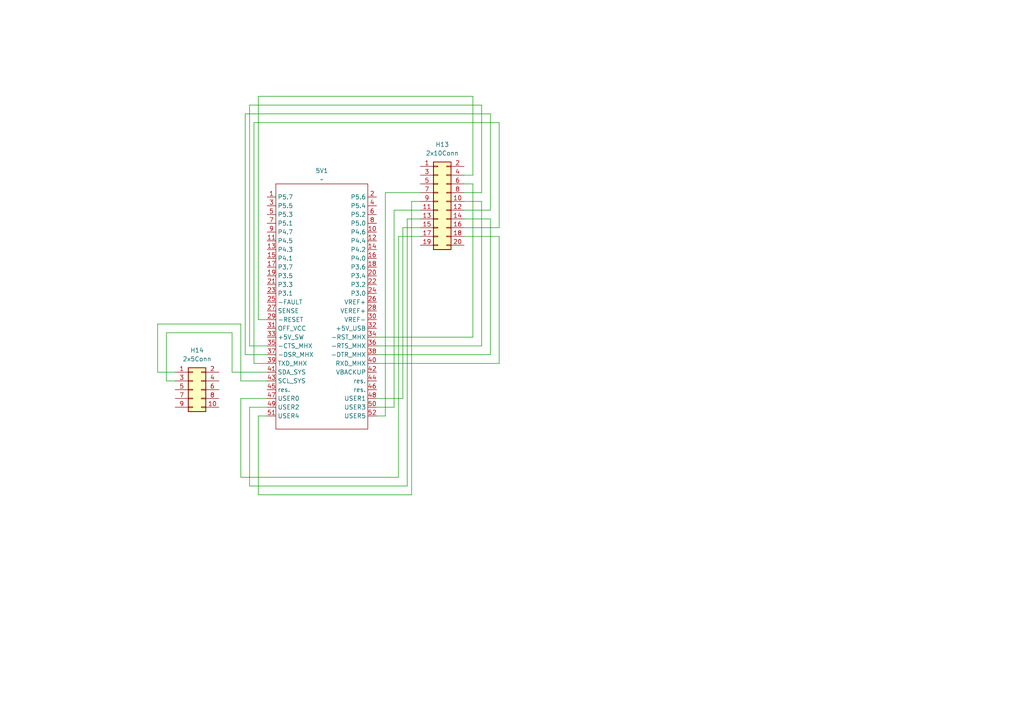
<source format=kicad_sch>
(kicad_sch
	(version 20231120)
	(generator "eeschema")
	(generator_version "8.0")
	(uuid "1f6f53d7-633a-43a1-b603-cd4c88e6d756")
	(paper "A4")
	(lib_symbols
		(symbol "Connector_Generic:Conn_02x05_Odd_Even"
			(pin_names
				(offset 1.016) hide)
			(exclude_from_sim no)
			(in_bom yes)
			(on_board yes)
			(property "Reference" "J"
				(at 1.27 7.62 0)
				(effects
					(font
						(size 1.27 1.27)
					)
				)
			)
			(property "Value" "Conn_02x05_Odd_Even"
				(at 1.27 -7.62 0)
				(effects
					(font
						(size 1.27 1.27)
					)
				)
			)
			(property "Footprint" ""
				(at 0 0 0)
				(effects
					(font
						(size 1.27 1.27)
					)
					(hide yes)
				)
			)
			(property "Datasheet" "~"
				(at 0 0 0)
				(effects
					(font
						(size 1.27 1.27)
					)
					(hide yes)
				)
			)
			(property "Description" "Generic connector, double row, 02x05, odd/even pin numbering scheme (row 1 odd numbers, row 2 even numbers), script generated (kicad-library-utils/schlib/autogen/connector/)"
				(at 0 0 0)
				(effects
					(font
						(size 1.27 1.27)
					)
					(hide yes)
				)
			)
			(property "ki_keywords" "connector"
				(at 0 0 0)
				(effects
					(font
						(size 1.27 1.27)
					)
					(hide yes)
				)
			)
			(property "ki_fp_filters" "Connector*:*_2x??_*"
				(at 0 0 0)
				(effects
					(font
						(size 1.27 1.27)
					)
					(hide yes)
				)
			)
			(symbol "Conn_02x05_Odd_Even_1_1"
				(rectangle
					(start -1.27 -4.953)
					(end 0 -5.207)
					(stroke
						(width 0.1524)
						(type default)
					)
					(fill
						(type none)
					)
				)
				(rectangle
					(start -1.27 -2.413)
					(end 0 -2.667)
					(stroke
						(width 0.1524)
						(type default)
					)
					(fill
						(type none)
					)
				)
				(rectangle
					(start -1.27 0.127)
					(end 0 -0.127)
					(stroke
						(width 0.1524)
						(type default)
					)
					(fill
						(type none)
					)
				)
				(rectangle
					(start -1.27 2.667)
					(end 0 2.413)
					(stroke
						(width 0.1524)
						(type default)
					)
					(fill
						(type none)
					)
				)
				(rectangle
					(start -1.27 5.207)
					(end 0 4.953)
					(stroke
						(width 0.1524)
						(type default)
					)
					(fill
						(type none)
					)
				)
				(rectangle
					(start -1.27 6.35)
					(end 3.81 -6.35)
					(stroke
						(width 0.254)
						(type default)
					)
					(fill
						(type background)
					)
				)
				(rectangle
					(start 3.81 -4.953)
					(end 2.54 -5.207)
					(stroke
						(width 0.1524)
						(type default)
					)
					(fill
						(type none)
					)
				)
				(rectangle
					(start 3.81 -2.413)
					(end 2.54 -2.667)
					(stroke
						(width 0.1524)
						(type default)
					)
					(fill
						(type none)
					)
				)
				(rectangle
					(start 3.81 0.127)
					(end 2.54 -0.127)
					(stroke
						(width 0.1524)
						(type default)
					)
					(fill
						(type none)
					)
				)
				(rectangle
					(start 3.81 2.667)
					(end 2.54 2.413)
					(stroke
						(width 0.1524)
						(type default)
					)
					(fill
						(type none)
					)
				)
				(rectangle
					(start 3.81 5.207)
					(end 2.54 4.953)
					(stroke
						(width 0.1524)
						(type default)
					)
					(fill
						(type none)
					)
				)
				(pin passive line
					(at -5.08 5.08 0)
					(length 3.81)
					(name "Pin_1"
						(effects
							(font
								(size 1.27 1.27)
							)
						)
					)
					(number "1"
						(effects
							(font
								(size 1.27 1.27)
							)
						)
					)
				)
				(pin passive line
					(at 7.62 -5.08 180)
					(length 3.81)
					(name "Pin_10"
						(effects
							(font
								(size 1.27 1.27)
							)
						)
					)
					(number "10"
						(effects
							(font
								(size 1.27 1.27)
							)
						)
					)
				)
				(pin passive line
					(at 7.62 5.08 180)
					(length 3.81)
					(name "Pin_2"
						(effects
							(font
								(size 1.27 1.27)
							)
						)
					)
					(number "2"
						(effects
							(font
								(size 1.27 1.27)
							)
						)
					)
				)
				(pin passive line
					(at -5.08 2.54 0)
					(length 3.81)
					(name "Pin_3"
						(effects
							(font
								(size 1.27 1.27)
							)
						)
					)
					(number "3"
						(effects
							(font
								(size 1.27 1.27)
							)
						)
					)
				)
				(pin passive line
					(at 7.62 2.54 180)
					(length 3.81)
					(name "Pin_4"
						(effects
							(font
								(size 1.27 1.27)
							)
						)
					)
					(number "4"
						(effects
							(font
								(size 1.27 1.27)
							)
						)
					)
				)
				(pin passive line
					(at -5.08 0 0)
					(length 3.81)
					(name "Pin_5"
						(effects
							(font
								(size 1.27 1.27)
							)
						)
					)
					(number "5"
						(effects
							(font
								(size 1.27 1.27)
							)
						)
					)
				)
				(pin passive line
					(at 7.62 0 180)
					(length 3.81)
					(name "Pin_6"
						(effects
							(font
								(size 1.27 1.27)
							)
						)
					)
					(number "6"
						(effects
							(font
								(size 1.27 1.27)
							)
						)
					)
				)
				(pin passive line
					(at -5.08 -2.54 0)
					(length 3.81)
					(name "Pin_7"
						(effects
							(font
								(size 1.27 1.27)
							)
						)
					)
					(number "7"
						(effects
							(font
								(size 1.27 1.27)
							)
						)
					)
				)
				(pin passive line
					(at 7.62 -2.54 180)
					(length 3.81)
					(name "Pin_8"
						(effects
							(font
								(size 1.27 1.27)
							)
						)
					)
					(number "8"
						(effects
							(font
								(size 1.27 1.27)
							)
						)
					)
				)
				(pin passive line
					(at -5.08 -5.08 0)
					(length 3.81)
					(name "Pin_9"
						(effects
							(font
								(size 1.27 1.27)
							)
						)
					)
					(number "9"
						(effects
							(font
								(size 1.27 1.27)
							)
						)
					)
				)
			)
		)
		(symbol "Connector_Generic:Conn_02x10_Odd_Even"
			(pin_names
				(offset 1.016) hide)
			(exclude_from_sim no)
			(in_bom yes)
			(on_board yes)
			(property "Reference" "J"
				(at 1.27 12.7 0)
				(effects
					(font
						(size 1.27 1.27)
					)
				)
			)
			(property "Value" "Conn_02x10_Odd_Even"
				(at 1.27 -15.24 0)
				(effects
					(font
						(size 1.27 1.27)
					)
				)
			)
			(property "Footprint" ""
				(at 0 0 0)
				(effects
					(font
						(size 1.27 1.27)
					)
					(hide yes)
				)
			)
			(property "Datasheet" "~"
				(at 0 0 0)
				(effects
					(font
						(size 1.27 1.27)
					)
					(hide yes)
				)
			)
			(property "Description" "Generic connector, double row, 02x10, odd/even pin numbering scheme (row 1 odd numbers, row 2 even numbers), script generated (kicad-library-utils/schlib/autogen/connector/)"
				(at 0 0 0)
				(effects
					(font
						(size 1.27 1.27)
					)
					(hide yes)
				)
			)
			(property "ki_keywords" "connector"
				(at 0 0 0)
				(effects
					(font
						(size 1.27 1.27)
					)
					(hide yes)
				)
			)
			(property "ki_fp_filters" "Connector*:*_2x??_*"
				(at 0 0 0)
				(effects
					(font
						(size 1.27 1.27)
					)
					(hide yes)
				)
			)
			(symbol "Conn_02x10_Odd_Even_1_1"
				(rectangle
					(start -1.27 -12.573)
					(end 0 -12.827)
					(stroke
						(width 0.1524)
						(type default)
					)
					(fill
						(type none)
					)
				)
				(rectangle
					(start -1.27 -10.033)
					(end 0 -10.287)
					(stroke
						(width 0.1524)
						(type default)
					)
					(fill
						(type none)
					)
				)
				(rectangle
					(start -1.27 -7.493)
					(end 0 -7.747)
					(stroke
						(width 0.1524)
						(type default)
					)
					(fill
						(type none)
					)
				)
				(rectangle
					(start -1.27 -4.953)
					(end 0 -5.207)
					(stroke
						(width 0.1524)
						(type default)
					)
					(fill
						(type none)
					)
				)
				(rectangle
					(start -1.27 -2.413)
					(end 0 -2.667)
					(stroke
						(width 0.1524)
						(type default)
					)
					(fill
						(type none)
					)
				)
				(rectangle
					(start -1.27 0.127)
					(end 0 -0.127)
					(stroke
						(width 0.1524)
						(type default)
					)
					(fill
						(type none)
					)
				)
				(rectangle
					(start -1.27 2.667)
					(end 0 2.413)
					(stroke
						(width 0.1524)
						(type default)
					)
					(fill
						(type none)
					)
				)
				(rectangle
					(start -1.27 5.207)
					(end 0 4.953)
					(stroke
						(width 0.1524)
						(type default)
					)
					(fill
						(type none)
					)
				)
				(rectangle
					(start -1.27 7.747)
					(end 0 7.493)
					(stroke
						(width 0.1524)
						(type default)
					)
					(fill
						(type none)
					)
				)
				(rectangle
					(start -1.27 10.287)
					(end 0 10.033)
					(stroke
						(width 0.1524)
						(type default)
					)
					(fill
						(type none)
					)
				)
				(rectangle
					(start -1.27 11.43)
					(end 3.81 -13.97)
					(stroke
						(width 0.254)
						(type default)
					)
					(fill
						(type background)
					)
				)
				(rectangle
					(start 3.81 -12.573)
					(end 2.54 -12.827)
					(stroke
						(width 0.1524)
						(type default)
					)
					(fill
						(type none)
					)
				)
				(rectangle
					(start 3.81 -10.033)
					(end 2.54 -10.287)
					(stroke
						(width 0.1524)
						(type default)
					)
					(fill
						(type none)
					)
				)
				(rectangle
					(start 3.81 -7.493)
					(end 2.54 -7.747)
					(stroke
						(width 0.1524)
						(type default)
					)
					(fill
						(type none)
					)
				)
				(rectangle
					(start 3.81 -4.953)
					(end 2.54 -5.207)
					(stroke
						(width 0.1524)
						(type default)
					)
					(fill
						(type none)
					)
				)
				(rectangle
					(start 3.81 -2.413)
					(end 2.54 -2.667)
					(stroke
						(width 0.1524)
						(type default)
					)
					(fill
						(type none)
					)
				)
				(rectangle
					(start 3.81 0.127)
					(end 2.54 -0.127)
					(stroke
						(width 0.1524)
						(type default)
					)
					(fill
						(type none)
					)
				)
				(rectangle
					(start 3.81 2.667)
					(end 2.54 2.413)
					(stroke
						(width 0.1524)
						(type default)
					)
					(fill
						(type none)
					)
				)
				(rectangle
					(start 3.81 5.207)
					(end 2.54 4.953)
					(stroke
						(width 0.1524)
						(type default)
					)
					(fill
						(type none)
					)
				)
				(rectangle
					(start 3.81 7.747)
					(end 2.54 7.493)
					(stroke
						(width 0.1524)
						(type default)
					)
					(fill
						(type none)
					)
				)
				(rectangle
					(start 3.81 10.287)
					(end 2.54 10.033)
					(stroke
						(width 0.1524)
						(type default)
					)
					(fill
						(type none)
					)
				)
				(pin passive line
					(at -5.08 10.16 0)
					(length 3.81)
					(name "Pin_1"
						(effects
							(font
								(size 1.27 1.27)
							)
						)
					)
					(number "1"
						(effects
							(font
								(size 1.27 1.27)
							)
						)
					)
				)
				(pin passive line
					(at 7.62 0 180)
					(length 3.81)
					(name "Pin_10"
						(effects
							(font
								(size 1.27 1.27)
							)
						)
					)
					(number "10"
						(effects
							(font
								(size 1.27 1.27)
							)
						)
					)
				)
				(pin passive line
					(at -5.08 -2.54 0)
					(length 3.81)
					(name "Pin_11"
						(effects
							(font
								(size 1.27 1.27)
							)
						)
					)
					(number "11"
						(effects
							(font
								(size 1.27 1.27)
							)
						)
					)
				)
				(pin passive line
					(at 7.62 -2.54 180)
					(length 3.81)
					(name "Pin_12"
						(effects
							(font
								(size 1.27 1.27)
							)
						)
					)
					(number "12"
						(effects
							(font
								(size 1.27 1.27)
							)
						)
					)
				)
				(pin passive line
					(at -5.08 -5.08 0)
					(length 3.81)
					(name "Pin_13"
						(effects
							(font
								(size 1.27 1.27)
							)
						)
					)
					(number "13"
						(effects
							(font
								(size 1.27 1.27)
							)
						)
					)
				)
				(pin passive line
					(at 7.62 -5.08 180)
					(length 3.81)
					(name "Pin_14"
						(effects
							(font
								(size 1.27 1.27)
							)
						)
					)
					(number "14"
						(effects
							(font
								(size 1.27 1.27)
							)
						)
					)
				)
				(pin passive line
					(at -5.08 -7.62 0)
					(length 3.81)
					(name "Pin_15"
						(effects
							(font
								(size 1.27 1.27)
							)
						)
					)
					(number "15"
						(effects
							(font
								(size 1.27 1.27)
							)
						)
					)
				)
				(pin passive line
					(at 7.62 -7.62 180)
					(length 3.81)
					(name "Pin_16"
						(effects
							(font
								(size 1.27 1.27)
							)
						)
					)
					(number "16"
						(effects
							(font
								(size 1.27 1.27)
							)
						)
					)
				)
				(pin passive line
					(at -5.08 -10.16 0)
					(length 3.81)
					(name "Pin_17"
						(effects
							(font
								(size 1.27 1.27)
							)
						)
					)
					(number "17"
						(effects
							(font
								(size 1.27 1.27)
							)
						)
					)
				)
				(pin passive line
					(at 7.62 -10.16 180)
					(length 3.81)
					(name "Pin_18"
						(effects
							(font
								(size 1.27 1.27)
							)
						)
					)
					(number "18"
						(effects
							(font
								(size 1.27 1.27)
							)
						)
					)
				)
				(pin passive line
					(at -5.08 -12.7 0)
					(length 3.81)
					(name "Pin_19"
						(effects
							(font
								(size 1.27 1.27)
							)
						)
					)
					(number "19"
						(effects
							(font
								(size 1.27 1.27)
							)
						)
					)
				)
				(pin passive line
					(at 7.62 10.16 180)
					(length 3.81)
					(name "Pin_2"
						(effects
							(font
								(size 1.27 1.27)
							)
						)
					)
					(number "2"
						(effects
							(font
								(size 1.27 1.27)
							)
						)
					)
				)
				(pin passive line
					(at 7.62 -12.7 180)
					(length 3.81)
					(name "Pin_20"
						(effects
							(font
								(size 1.27 1.27)
							)
						)
					)
					(number "20"
						(effects
							(font
								(size 1.27 1.27)
							)
						)
					)
				)
				(pin passive line
					(at -5.08 7.62 0)
					(length 3.81)
					(name "Pin_3"
						(effects
							(font
								(size 1.27 1.27)
							)
						)
					)
					(number "3"
						(effects
							(font
								(size 1.27 1.27)
							)
						)
					)
				)
				(pin passive line
					(at 7.62 7.62 180)
					(length 3.81)
					(name "Pin_4"
						(effects
							(font
								(size 1.27 1.27)
							)
						)
					)
					(number "4"
						(effects
							(font
								(size 1.27 1.27)
							)
						)
					)
				)
				(pin passive line
					(at -5.08 5.08 0)
					(length 3.81)
					(name "Pin_5"
						(effects
							(font
								(size 1.27 1.27)
							)
						)
					)
					(number "5"
						(effects
							(font
								(size 1.27 1.27)
							)
						)
					)
				)
				(pin passive line
					(at 7.62 5.08 180)
					(length 3.81)
					(name "Pin_6"
						(effects
							(font
								(size 1.27 1.27)
							)
						)
					)
					(number "6"
						(effects
							(font
								(size 1.27 1.27)
							)
						)
					)
				)
				(pin passive line
					(at -5.08 2.54 0)
					(length 3.81)
					(name "Pin_7"
						(effects
							(font
								(size 1.27 1.27)
							)
						)
					)
					(number "7"
						(effects
							(font
								(size 1.27 1.27)
							)
						)
					)
				)
				(pin passive line
					(at 7.62 2.54 180)
					(length 3.81)
					(name "Pin_8"
						(effects
							(font
								(size 1.27 1.27)
							)
						)
					)
					(number "8"
						(effects
							(font
								(size 1.27 1.27)
							)
						)
					)
				)
				(pin passive line
					(at -5.08 0 0)
					(length 3.81)
					(name "Pin_9"
						(effects
							(font
								(size 1.27 1.27)
							)
						)
					)
					(number "9"
						(effects
							(font
								(size 1.27 1.27)
							)
						)
					)
				)
			)
		)
		(symbol "NewSymbols:H1H-2X26-F"
			(exclude_from_sim no)
			(in_bom yes)
			(on_board yes)
			(property "Reference" "5V26"
				(at -10.414 27.178 0)
				(effects
					(font
						(size 1.27 1.27)
					)
				)
			)
			(property "Value" ""
				(at 2.54 6.35 0)
				(effects
					(font
						(size 1.27 1.27)
					)
				)
			)
			(property "Footprint" ""
				(at 2.54 6.35 0)
				(effects
					(font
						(size 1.27 1.27)
					)
					(hide yes)
				)
			)
			(property "Datasheet" ""
				(at 2.54 6.35 0)
				(effects
					(font
						(size 1.27 1.27)
					)
					(hide yes)
				)
			)
			(property "Description" ""
				(at 2.54 6.35 0)
				(effects
					(font
						(size 1.27 1.27)
					)
					(hide yes)
				)
			)
			(symbol "H1H-2X26-F_0_1"
				(polyline
					(pts
						(xy 12.7 25.4) (xy -13.97 25.4)
					)
					(stroke
						(width 0)
						(type default)
					)
					(fill
						(type none)
					)
				)
				(polyline
					(pts
						(xy -13.97 25.4) (xy -13.97 -45.72) (xy 12.7 -45.72) (xy 12.7 25.4)
					)
					(stroke
						(width 0)
						(type default)
					)
					(fill
						(type none)
					)
				)
			)
			(symbol "H1H-2X26-F_1_1"
				(pin input line
					(at -16.51 21.59 0)
					(length 2.54)
					(name "P5.7"
						(effects
							(font
								(size 1.27 1.27)
							)
						)
					)
					(number "1"
						(effects
							(font
								(size 1.27 1.27)
							)
						)
					)
				)
				(pin input line
					(at 15.24 11.43 180)
					(length 2.54)
					(name "P4.6"
						(effects
							(font
								(size 1.27 1.27)
							)
						)
					)
					(number "10"
						(effects
							(font
								(size 1.27 1.27)
							)
						)
					)
				)
				(pin input line
					(at -16.51 8.89 0)
					(length 2.54)
					(name "P4.5"
						(effects
							(font
								(size 1.27 1.27)
							)
						)
					)
					(number "11"
						(effects
							(font
								(size 1.27 1.27)
							)
						)
					)
				)
				(pin input line
					(at 15.24 8.89 180)
					(length 2.54)
					(name "P4.4"
						(effects
							(font
								(size 1.27 1.27)
							)
						)
					)
					(number "12"
						(effects
							(font
								(size 1.27 1.27)
							)
						)
					)
				)
				(pin input line
					(at -16.51 6.35 0)
					(length 2.54)
					(name "P4.3"
						(effects
							(font
								(size 1.27 1.27)
							)
						)
					)
					(number "13"
						(effects
							(font
								(size 1.27 1.27)
							)
						)
					)
				)
				(pin input line
					(at 15.24 6.35 180)
					(length 2.54)
					(name "P4.2"
						(effects
							(font
								(size 1.27 1.27)
							)
						)
					)
					(number "14"
						(effects
							(font
								(size 1.27 1.27)
							)
						)
					)
				)
				(pin input line
					(at -16.51 3.81 0)
					(length 2.54)
					(name "P4.1"
						(effects
							(font
								(size 1.27 1.27)
							)
						)
					)
					(number "15"
						(effects
							(font
								(size 1.27 1.27)
							)
						)
					)
				)
				(pin input line
					(at 15.24 3.81 180)
					(length 2.54)
					(name "P4.0"
						(effects
							(font
								(size 1.27 1.27)
							)
						)
					)
					(number "16"
						(effects
							(font
								(size 1.27 1.27)
							)
						)
					)
				)
				(pin input line
					(at -16.51 1.27 0)
					(length 2.54)
					(name "P3.7"
						(effects
							(font
								(size 1.27 1.27)
							)
						)
					)
					(number "17"
						(effects
							(font
								(size 1.27 1.27)
							)
						)
					)
				)
				(pin input line
					(at 15.24 1.27 180)
					(length 2.54)
					(name "P3.6"
						(effects
							(font
								(size 1.27 1.27)
							)
						)
					)
					(number "18"
						(effects
							(font
								(size 1.27 1.27)
							)
						)
					)
				)
				(pin input line
					(at -16.51 -1.27 0)
					(length 2.54)
					(name "P3.5"
						(effects
							(font
								(size 1.27 1.27)
							)
						)
					)
					(number "19"
						(effects
							(font
								(size 1.27 1.27)
							)
						)
					)
				)
				(pin input line
					(at 15.24 21.59 180)
					(length 2.54)
					(name "P5.6"
						(effects
							(font
								(size 1.27 1.27)
							)
						)
					)
					(number "2"
						(effects
							(font
								(size 1.27 1.27)
							)
						)
					)
				)
				(pin input line
					(at 15.24 -1.27 180)
					(length 2.54)
					(name "P3.4"
						(effects
							(font
								(size 1.27 1.27)
							)
						)
					)
					(number "20"
						(effects
							(font
								(size 1.27 1.27)
							)
						)
					)
				)
				(pin input line
					(at -16.51 -3.81 0)
					(length 2.54)
					(name "P3.3"
						(effects
							(font
								(size 1.27 1.27)
							)
						)
					)
					(number "21"
						(effects
							(font
								(size 1.27 1.27)
							)
						)
					)
				)
				(pin input line
					(at 15.24 -3.81 180)
					(length 2.54)
					(name "P3.2"
						(effects
							(font
								(size 1.27 1.27)
							)
						)
					)
					(number "22"
						(effects
							(font
								(size 1.27 1.27)
							)
						)
					)
				)
				(pin input line
					(at -16.51 -6.35 0)
					(length 2.54)
					(name "P3.1"
						(effects
							(font
								(size 1.27 1.27)
							)
						)
					)
					(number "23"
						(effects
							(font
								(size 1.27 1.27)
							)
						)
					)
				)
				(pin input line
					(at 15.24 -6.35 180)
					(length 2.54)
					(name "P3.0"
						(effects
							(font
								(size 1.27 1.27)
							)
						)
					)
					(number "24"
						(effects
							(font
								(size 1.27 1.27)
							)
						)
					)
				)
				(pin passive line
					(at -16.51 -8.89 0)
					(length 2.54)
					(name "-FAULT"
						(effects
							(font
								(size 1.27 1.27)
							)
						)
					)
					(number "25"
						(effects
							(font
								(size 1.27 1.27)
							)
						)
					)
				)
				(pin passive line
					(at 15.24 -8.89 180)
					(length 2.54)
					(name "VREF+"
						(effects
							(font
								(size 1.27 1.27)
							)
						)
					)
					(number "26"
						(effects
							(font
								(size 1.27 1.27)
							)
						)
					)
				)
				(pin passive line
					(at -16.51 -11.43 0)
					(length 2.54)
					(name "SENSE"
						(effects
							(font
								(size 1.27 1.27)
							)
						)
					)
					(number "27"
						(effects
							(font
								(size 1.27 1.27)
							)
						)
					)
				)
				(pin passive line
					(at 15.24 -11.43 180)
					(length 2.54)
					(name "VEREF+"
						(effects
							(font
								(size 1.27 1.27)
							)
						)
					)
					(number "28"
						(effects
							(font
								(size 1.27 1.27)
							)
						)
					)
				)
				(pin input line
					(at -16.51 -13.97 0)
					(length 2.54)
					(name "-RESET"
						(effects
							(font
								(size 1.27 1.27)
							)
						)
					)
					(number "29"
						(effects
							(font
								(size 1.27 1.27)
							)
						)
					)
				)
				(pin input line
					(at -16.51 19.05 0)
					(length 2.54)
					(name "P5.5"
						(effects
							(font
								(size 1.27 1.27)
							)
						)
					)
					(number "3"
						(effects
							(font
								(size 1.27 1.27)
							)
						)
					)
				)
				(pin passive line
					(at 15.24 -13.97 180)
					(length 2.54)
					(name "VREF-"
						(effects
							(font
								(size 1.27 1.27)
							)
						)
					)
					(number "30"
						(effects
							(font
								(size 1.27 1.27)
							)
						)
					)
				)
				(pin passive line
					(at -16.51 -16.51 0)
					(length 2.54)
					(name "OFF_VCC"
						(effects
							(font
								(size 1.27 1.27)
							)
						)
					)
					(number "31"
						(effects
							(font
								(size 1.27 1.27)
							)
						)
					)
				)
				(pin passive line
					(at 15.24 -16.51 180)
					(length 2.54)
					(name "+5V_USB"
						(effects
							(font
								(size 1.27 1.27)
							)
						)
					)
					(number "32"
						(effects
							(font
								(size 1.27 1.27)
							)
						)
					)
				)
				(pin passive line
					(at -16.51 -19.05 0)
					(length 2.54)
					(name "+5V_SW"
						(effects
							(font
								(size 1.27 1.27)
							)
						)
					)
					(number "33"
						(effects
							(font
								(size 1.27 1.27)
							)
						)
					)
				)
				(pin input line
					(at 15.24 -19.05 180)
					(length 2.54)
					(name "-RST_MHX"
						(effects
							(font
								(size 1.27 1.27)
							)
						)
					)
					(number "34"
						(effects
							(font
								(size 1.27 1.27)
							)
						)
					)
				)
				(pin input line
					(at -16.51 -21.59 0)
					(length 2.54)
					(name "-CTS_MHX"
						(effects
							(font
								(size 1.27 1.27)
							)
						)
					)
					(number "35"
						(effects
							(font
								(size 1.27 1.27)
							)
						)
					)
				)
				(pin input line
					(at 15.24 -21.59 180)
					(length 2.54)
					(name "-RTS_MHX"
						(effects
							(font
								(size 1.27 1.27)
							)
						)
					)
					(number "36"
						(effects
							(font
								(size 1.27 1.27)
							)
						)
					)
				)
				(pin input line
					(at -16.51 -24.13 0)
					(length 2.54)
					(name "-DSR_MHX"
						(effects
							(font
								(size 1.27 1.27)
							)
						)
					)
					(number "37"
						(effects
							(font
								(size 1.27 1.27)
							)
						)
					)
				)
				(pin input line
					(at 15.24 -24.13 180)
					(length 2.54)
					(name "-DTR_MHX"
						(effects
							(font
								(size 1.27 1.27)
							)
						)
					)
					(number "38"
						(effects
							(font
								(size 1.27 1.27)
							)
						)
					)
				)
				(pin input line
					(at -16.51 -26.67 0)
					(length 2.54)
					(name "TXD_MHX"
						(effects
							(font
								(size 1.27 1.27)
							)
						)
					)
					(number "39"
						(effects
							(font
								(size 1.27 1.27)
							)
						)
					)
				)
				(pin input line
					(at 15.24 19.05 180)
					(length 2.54)
					(name "P5.4"
						(effects
							(font
								(size 1.27 1.27)
							)
						)
					)
					(number "4"
						(effects
							(font
								(size 1.27 1.27)
							)
						)
					)
				)
				(pin input line
					(at 15.24 -26.67 180)
					(length 2.54)
					(name "RXD_MHX"
						(effects
							(font
								(size 1.27 1.27)
							)
						)
					)
					(number "40"
						(effects
							(font
								(size 1.27 1.27)
							)
						)
					)
				)
				(pin input line
					(at -16.51 -29.21 0)
					(length 2.54)
					(name "SDA_SYS"
						(effects
							(font
								(size 1.27 1.27)
							)
						)
					)
					(number "41"
						(effects
							(font
								(size 1.27 1.27)
							)
						)
					)
				)
				(pin passive line
					(at 15.24 -29.21 180)
					(length 2.54)
					(name "VBACKUP"
						(effects
							(font
								(size 1.27 1.27)
							)
						)
					)
					(number "42"
						(effects
							(font
								(size 1.27 1.27)
							)
						)
					)
				)
				(pin input line
					(at -16.51 -31.75 0)
					(length 2.54)
					(name "SCL_SYS"
						(effects
							(font
								(size 1.27 1.27)
							)
						)
					)
					(number "43"
						(effects
							(font
								(size 1.27 1.27)
							)
						)
					)
				)
				(pin free line
					(at 15.24 -31.75 180)
					(length 2.54)
					(name "res."
						(effects
							(font
								(size 1.27 1.27)
							)
						)
					)
					(number "44"
						(effects
							(font
								(size 1.27 1.27)
							)
						)
					)
				)
				(pin free line
					(at -16.51 -34.29 0)
					(length 2.54)
					(name "res."
						(effects
							(font
								(size 1.27 1.27)
							)
						)
					)
					(number "45"
						(effects
							(font
								(size 1.27 1.27)
							)
						)
					)
				)
				(pin free line
					(at 15.24 -34.29 180)
					(length 2.54)
					(name "res."
						(effects
							(font
								(size 1.27 1.27)
							)
						)
					)
					(number "46"
						(effects
							(font
								(size 1.27 1.27)
							)
						)
					)
				)
				(pin input line
					(at -16.51 -36.83 0)
					(length 2.54)
					(name "USER0"
						(effects
							(font
								(size 1.27 1.27)
							)
						)
					)
					(number "47"
						(effects
							(font
								(size 1.27 1.27)
							)
						)
					)
				)
				(pin input line
					(at 15.24 -36.83 180)
					(length 2.54)
					(name "USER1"
						(effects
							(font
								(size 1.27 1.27)
							)
						)
					)
					(number "48"
						(effects
							(font
								(size 1.27 1.27)
							)
						)
					)
				)
				(pin input line
					(at -16.51 -39.37 0)
					(length 2.54)
					(name "USER2"
						(effects
							(font
								(size 1.27 1.27)
							)
						)
					)
					(number "49"
						(effects
							(font
								(size 1.27 1.27)
							)
						)
					)
				)
				(pin input line
					(at -16.51 16.51 0)
					(length 2.54)
					(name "P5.3"
						(effects
							(font
								(size 1.27 1.27)
							)
						)
					)
					(number "5"
						(effects
							(font
								(size 1.27 1.27)
							)
						)
					)
				)
				(pin input line
					(at 15.24 -39.37 180)
					(length 2.54)
					(name "USER3"
						(effects
							(font
								(size 1.27 1.27)
							)
						)
					)
					(number "50"
						(effects
							(font
								(size 1.27 1.27)
							)
						)
					)
				)
				(pin input line
					(at -16.51 -41.91 0)
					(length 2.54)
					(name "USER4"
						(effects
							(font
								(size 1.27 1.27)
							)
						)
					)
					(number "51"
						(effects
							(font
								(size 1.27 1.27)
							)
						)
					)
				)
				(pin input line
					(at 15.24 -41.91 180)
					(length 2.54)
					(name "USER5"
						(effects
							(font
								(size 1.27 1.27)
							)
						)
					)
					(number "52"
						(effects
							(font
								(size 1.27 1.27)
							)
						)
					)
				)
				(pin input line
					(at 15.24 16.51 180)
					(length 2.54)
					(name "P5.2"
						(effects
							(font
								(size 1.27 1.27)
							)
						)
					)
					(number "6"
						(effects
							(font
								(size 1.27 1.27)
							)
						)
					)
				)
				(pin input line
					(at -16.51 13.97 0)
					(length 2.54)
					(name "P5.1"
						(effects
							(font
								(size 1.27 1.27)
							)
						)
					)
					(number "7"
						(effects
							(font
								(size 1.27 1.27)
							)
						)
					)
				)
				(pin input line
					(at 15.24 13.97 180)
					(length 2.54)
					(name "P5.0"
						(effects
							(font
								(size 1.27 1.27)
							)
						)
					)
					(number "8"
						(effects
							(font
								(size 1.27 1.27)
							)
						)
					)
				)
				(pin input line
					(at -16.51 11.43 0)
					(length 2.54)
					(name "P4.7"
						(effects
							(font
								(size 1.27 1.27)
							)
						)
					)
					(number "9"
						(effects
							(font
								(size 1.27 1.27)
							)
						)
					)
				)
			)
		)
	)
	(wire
		(pts
			(xy 72.39 118.11) (xy 72.39 140.97)
		)
		(stroke
			(width 0)
			(type default)
		)
		(uuid "091d55eb-744f-4de7-abba-2c7bfd024562")
	)
	(wire
		(pts
			(xy 142.24 63.5) (xy 134.62 63.5)
		)
		(stroke
			(width 0)
			(type default)
		)
		(uuid "0c5df8c8-59f3-4c23-b453-a30563ce3100")
	)
	(wire
		(pts
			(xy 109.22 120.65) (xy 111.76 120.65)
		)
		(stroke
			(width 0)
			(type default)
		)
		(uuid "0e3aaad5-de3d-4761-bb60-73460c528515")
	)
	(wire
		(pts
			(xy 111.76 55.88) (xy 121.92 55.88)
		)
		(stroke
			(width 0)
			(type default)
		)
		(uuid "1063c5ae-4b10-4570-a322-cb668172dfd2")
	)
	(wire
		(pts
			(xy 77.47 105.41) (xy 73.66 105.41)
		)
		(stroke
			(width 0)
			(type default)
		)
		(uuid "198158b0-08f2-49cb-8905-b2b507cf6ebb")
	)
	(wire
		(pts
			(xy 109.22 105.41) (xy 144.78 105.41)
		)
		(stroke
			(width 0)
			(type default)
		)
		(uuid "19c33506-b92e-4bc3-928c-a288529ac532")
	)
	(wire
		(pts
			(xy 69.85 110.49) (xy 69.85 93.98)
		)
		(stroke
			(width 0)
			(type default)
		)
		(uuid "1b6f6e9d-5c8b-4dcc-98bb-2c31139a39bf")
	)
	(wire
		(pts
			(xy 142.24 33.02) (xy 142.24 60.96)
		)
		(stroke
			(width 0)
			(type default)
		)
		(uuid "2462bb21-4aef-438f-82b7-8ee698e439e8")
	)
	(wire
		(pts
			(xy 72.39 100.33) (xy 72.39 30.48)
		)
		(stroke
			(width 0)
			(type default)
		)
		(uuid "2541282d-0dcb-44a7-8967-4e5241d8171a")
	)
	(wire
		(pts
			(xy 71.12 102.87) (xy 71.12 33.02)
		)
		(stroke
			(width 0)
			(type default)
		)
		(uuid "27f6a6a1-6065-4f16-aeb4-e36dcd5fce7e")
	)
	(wire
		(pts
			(xy 144.78 105.41) (xy 144.78 68.58)
		)
		(stroke
			(width 0)
			(type default)
		)
		(uuid "2a57754b-863d-4fab-8fa4-331ecd61b90b")
	)
	(wire
		(pts
			(xy 77.47 100.33) (xy 72.39 100.33)
		)
		(stroke
			(width 0)
			(type default)
		)
		(uuid "341fc759-6937-4bc1-9ad8-15a7f7ec1cfe")
	)
	(wire
		(pts
			(xy 111.76 120.65) (xy 111.76 55.88)
		)
		(stroke
			(width 0)
			(type default)
		)
		(uuid "367e2c76-60b1-4bde-9eb2-518b79044cac")
	)
	(wire
		(pts
			(xy 73.66 105.41) (xy 73.66 35.56)
		)
		(stroke
			(width 0)
			(type default)
		)
		(uuid "37b3de77-d730-470e-94a7-e2f7e1cd1988")
	)
	(wire
		(pts
			(xy 74.93 92.71) (xy 74.93 27.94)
		)
		(stroke
			(width 0)
			(type default)
		)
		(uuid "3be2e71e-8e5c-4f37-931b-3789762ac263")
	)
	(wire
		(pts
			(xy 109.22 102.87) (xy 142.24 102.87)
		)
		(stroke
			(width 0)
			(type default)
		)
		(uuid "3c83a5f9-98b6-4273-9e49-424d1afc022a")
	)
	(wire
		(pts
			(xy 116.84 66.04) (xy 121.92 66.04)
		)
		(stroke
			(width 0)
			(type default)
		)
		(uuid "401d0a59-7340-4244-a435-efc714a14bbd")
	)
	(wire
		(pts
			(xy 137.16 53.34) (xy 134.62 53.34)
		)
		(stroke
			(width 0)
			(type default)
		)
		(uuid "479ed4fa-ef04-4598-ba03-e7953a52f357")
	)
	(wire
		(pts
			(xy 118.11 63.5) (xy 121.92 63.5)
		)
		(stroke
			(width 0)
			(type default)
		)
		(uuid "4a8dcb32-557d-4357-bb4c-4e760f1f6bde")
	)
	(wire
		(pts
			(xy 77.47 107.95) (xy 67.31 107.95)
		)
		(stroke
			(width 0)
			(type default)
		)
		(uuid "4cb38e3c-1773-45a8-acab-5e7174d197f8")
	)
	(wire
		(pts
			(xy 73.66 35.56) (xy 144.78 35.56)
		)
		(stroke
			(width 0)
			(type default)
		)
		(uuid "4d01677e-88a8-4b84-9df9-9f0aab538a46")
	)
	(wire
		(pts
			(xy 109.22 118.11) (xy 114.3 118.11)
		)
		(stroke
			(width 0)
			(type default)
		)
		(uuid "500b5c04-4b99-41ef-9058-a727f5734835")
	)
	(wire
		(pts
			(xy 119.38 143.51) (xy 119.38 58.42)
		)
		(stroke
			(width 0)
			(type default)
		)
		(uuid "53550273-9bb9-4712-afbb-029abb6eab02")
	)
	(wire
		(pts
			(xy 77.47 118.11) (xy 72.39 118.11)
		)
		(stroke
			(width 0)
			(type default)
		)
		(uuid "55e7ada6-5606-4675-8f78-036b18a689fe")
	)
	(wire
		(pts
			(xy 137.16 97.79) (xy 137.16 53.34)
		)
		(stroke
			(width 0)
			(type default)
		)
		(uuid "56e26c26-a555-4f2d-bd09-23055d62743d")
	)
	(wire
		(pts
			(xy 118.11 140.97) (xy 118.11 63.5)
		)
		(stroke
			(width 0)
			(type default)
		)
		(uuid "61cc3e95-e5ba-4c9e-9378-5eaaadc31a06")
	)
	(wire
		(pts
			(xy 67.31 96.52) (xy 48.26 96.52)
		)
		(stroke
			(width 0)
			(type default)
		)
		(uuid "6cd4331f-3e73-44d0-bb5d-c5d6d1981e1a")
	)
	(wire
		(pts
			(xy 77.47 115.57) (xy 69.85 115.57)
		)
		(stroke
			(width 0)
			(type default)
		)
		(uuid "6e33f3f2-2632-41bd-9a16-0164c95fcfb2")
	)
	(wire
		(pts
			(xy 134.62 60.96) (xy 142.24 60.96)
		)
		(stroke
			(width 0)
			(type default)
		)
		(uuid "6f671c33-3997-4700-acba-fbbdae5378e1")
	)
	(wire
		(pts
			(xy 77.47 120.65) (xy 74.93 120.65)
		)
		(stroke
			(width 0)
			(type default)
		)
		(uuid "6fc8db9a-6c82-4717-afdf-9ee77a0256b6")
	)
	(wire
		(pts
			(xy 45.72 93.98) (xy 45.72 107.95)
		)
		(stroke
			(width 0)
			(type default)
		)
		(uuid "72ddc07d-0f6c-4118-ac41-097fd3373660")
	)
	(wire
		(pts
			(xy 144.78 35.56) (xy 144.78 66.04)
		)
		(stroke
			(width 0)
			(type default)
		)
		(uuid "742ccdd7-a9bd-457e-b635-37b6388e6ca9")
	)
	(wire
		(pts
			(xy 139.7 30.48) (xy 139.7 55.88)
		)
		(stroke
			(width 0)
			(type default)
		)
		(uuid "7469628c-d874-43c2-8006-d9ac3b8d28d7")
	)
	(wire
		(pts
			(xy 139.7 100.33) (xy 139.7 58.42)
		)
		(stroke
			(width 0)
			(type default)
		)
		(uuid "75d015f1-7741-48b7-bcbe-3fb035b70b5d")
	)
	(wire
		(pts
			(xy 48.26 110.49) (xy 50.8 110.49)
		)
		(stroke
			(width 0)
			(type default)
		)
		(uuid "7a88cd7a-b682-4b3c-95d9-6f1373e8affc")
	)
	(wire
		(pts
			(xy 116.84 115.57) (xy 116.84 66.04)
		)
		(stroke
			(width 0)
			(type default)
		)
		(uuid "7f3cc086-840b-4eee-ba41-468d4e6171a9")
	)
	(wire
		(pts
			(xy 45.72 107.95) (xy 50.8 107.95)
		)
		(stroke
			(width 0)
			(type default)
		)
		(uuid "7fd61944-6cde-4ecc-8c00-f017e3cdb325")
	)
	(wire
		(pts
			(xy 142.24 102.87) (xy 142.24 63.5)
		)
		(stroke
			(width 0)
			(type default)
		)
		(uuid "83d89354-9cf1-4b4d-8850-b234879ec431")
	)
	(wire
		(pts
			(xy 77.47 92.71) (xy 74.93 92.71)
		)
		(stroke
			(width 0)
			(type default)
		)
		(uuid "8558a100-8054-409f-886f-f60728f2a353")
	)
	(wire
		(pts
			(xy 109.22 100.33) (xy 139.7 100.33)
		)
		(stroke
			(width 0)
			(type default)
		)
		(uuid "8eb052aa-178a-4b09-ade8-215848fa672c")
	)
	(wire
		(pts
			(xy 114.3 60.96) (xy 121.92 60.96)
		)
		(stroke
			(width 0)
			(type default)
		)
		(uuid "9566d5d2-9500-4c28-ac67-81562d298f82")
	)
	(wire
		(pts
			(xy 109.22 115.57) (xy 116.84 115.57)
		)
		(stroke
			(width 0)
			(type default)
		)
		(uuid "976b7588-b533-494b-be14-f4f5e02142a1")
	)
	(wire
		(pts
			(xy 134.62 50.8) (xy 137.16 50.8)
		)
		(stroke
			(width 0)
			(type default)
		)
		(uuid "9b819782-220c-407e-be24-cc577ae8646f")
	)
	(wire
		(pts
			(xy 74.93 120.65) (xy 74.93 143.51)
		)
		(stroke
			(width 0)
			(type default)
		)
		(uuid "9cf7d8d2-6fce-409b-a6ae-235e750f66e6")
	)
	(wire
		(pts
			(xy 72.39 30.48) (xy 139.7 30.48)
		)
		(stroke
			(width 0)
			(type default)
		)
		(uuid "9df17313-8ea7-44c4-b542-1fcae0edaacd")
	)
	(wire
		(pts
			(xy 72.39 140.97) (xy 118.11 140.97)
		)
		(stroke
			(width 0)
			(type default)
		)
		(uuid "a7b19b6c-6e8e-4e8d-9327-f64717186de8")
	)
	(wire
		(pts
			(xy 137.16 27.94) (xy 137.16 50.8)
		)
		(stroke
			(width 0)
			(type default)
		)
		(uuid "a8311a60-0266-401b-993c-f8bfe865eb81")
	)
	(wire
		(pts
			(xy 69.85 93.98) (xy 45.72 93.98)
		)
		(stroke
			(width 0)
			(type default)
		)
		(uuid "ad2127b1-9930-4738-b31f-05f69c96ca80")
	)
	(wire
		(pts
			(xy 134.62 55.88) (xy 139.7 55.88)
		)
		(stroke
			(width 0)
			(type default)
		)
		(uuid "ad81e744-fb2e-4b91-9c73-f6f451a3c1c5")
	)
	(wire
		(pts
			(xy 77.47 102.87) (xy 71.12 102.87)
		)
		(stroke
			(width 0)
			(type default)
		)
		(uuid "aec548c0-bb69-47f9-834e-8de2153587e4")
	)
	(wire
		(pts
			(xy 48.26 96.52) (xy 48.26 110.49)
		)
		(stroke
			(width 0)
			(type default)
		)
		(uuid "b7d9c5de-705e-4178-bdcf-1fe8e17647b1")
	)
	(wire
		(pts
			(xy 71.12 33.02) (xy 142.24 33.02)
		)
		(stroke
			(width 0)
			(type default)
		)
		(uuid "b9d95be0-a03c-4997-86cc-64fc2e43daad")
	)
	(wire
		(pts
			(xy 77.47 110.49) (xy 69.85 110.49)
		)
		(stroke
			(width 0)
			(type default)
		)
		(uuid "bbf2615c-0cb5-4407-9a65-fbace8c7a396")
	)
	(wire
		(pts
			(xy 69.85 115.57) (xy 69.85 138.43)
		)
		(stroke
			(width 0)
			(type default)
		)
		(uuid "be1df2c6-2380-44c7-a91c-a8eb66b84366")
	)
	(wire
		(pts
			(xy 139.7 58.42) (xy 134.62 58.42)
		)
		(stroke
			(width 0)
			(type default)
		)
		(uuid "c8111c87-6739-4f35-9dd9-28234c125b09")
	)
	(wire
		(pts
			(xy 144.78 68.58) (xy 134.62 68.58)
		)
		(stroke
			(width 0)
			(type default)
		)
		(uuid "ca7f4e31-258f-4d82-b2f8-02b3ce6531cb")
	)
	(wire
		(pts
			(xy 115.57 138.43) (xy 115.57 68.58)
		)
		(stroke
			(width 0)
			(type default)
		)
		(uuid "d488618b-b1f1-4379-921b-818d7de07f65")
	)
	(wire
		(pts
			(xy 74.93 27.94) (xy 137.16 27.94)
		)
		(stroke
			(width 0)
			(type default)
		)
		(uuid "d782b947-0078-4317-ab79-86f17b616c26")
	)
	(wire
		(pts
			(xy 69.85 138.43) (xy 115.57 138.43)
		)
		(stroke
			(width 0)
			(type default)
		)
		(uuid "d96b57d7-a9fe-4767-806f-d8df85afc3e0")
	)
	(wire
		(pts
			(xy 74.93 143.51) (xy 119.38 143.51)
		)
		(stroke
			(width 0)
			(type default)
		)
		(uuid "da7247a5-5eb1-4d03-9b68-bdc3d8252f73")
	)
	(wire
		(pts
			(xy 114.3 118.11) (xy 114.3 60.96)
		)
		(stroke
			(width 0)
			(type default)
		)
		(uuid "dae7707f-11c2-4133-9b69-206b358d904f")
	)
	(wire
		(pts
			(xy 115.57 68.58) (xy 121.92 68.58)
		)
		(stroke
			(width 0)
			(type default)
		)
		(uuid "de540cdb-d11f-488b-8a5f-28a415f3bc5b")
	)
	(wire
		(pts
			(xy 109.22 97.79) (xy 137.16 97.79)
		)
		(stroke
			(width 0)
			(type default)
		)
		(uuid "e1b419eb-9d3e-4ffc-9998-f72bbfed02fa")
	)
	(wire
		(pts
			(xy 144.78 66.04) (xy 134.62 66.04)
		)
		(stroke
			(width 0)
			(type default)
		)
		(uuid "e94b0db5-7f7b-4194-8699-2e98b6b73176")
	)
	(wire
		(pts
			(xy 67.31 107.95) (xy 67.31 96.52)
		)
		(stroke
			(width 0)
			(type default)
		)
		(uuid "ee47ddfa-9ba0-4f2b-968a-6afd2a6fd9e5")
	)
	(wire
		(pts
			(xy 119.38 58.42) (xy 121.92 58.42)
		)
		(stroke
			(width 0)
			(type default)
		)
		(uuid "f9e6353f-b318-4298-9f87-67774c955ad1")
	)
	(symbol
		(lib_id "Connector_Generic:Conn_02x10_Odd_Even")
		(at 127 58.42 0)
		(unit 1)
		(exclude_from_sim no)
		(in_bom yes)
		(on_board yes)
		(dnp no)
		(fields_autoplaced yes)
		(uuid "2359786b-ce97-4390-aafe-6925095f4904")
		(property "Reference" "H13"
			(at 128.27 41.91 0)
			(effects
				(font
					(size 1.27 1.27)
				)
			)
		)
		(property "Value" "2x10Conn"
			(at 128.27 44.45 0)
			(effects
				(font
					(size 1.27 1.27)
				)
			)
		)
		(property "Footprint" ""
			(at 127 58.42 0)
			(effects
				(font
					(size 1.27 1.27)
				)
				(hide yes)
			)
		)
		(property "Datasheet" "~"
			(at 127 58.42 0)
			(effects
				(font
					(size 1.27 1.27)
				)
				(hide yes)
			)
		)
		(property "Description" "Generic connector, double row, 02x10, odd/even pin numbering scheme (row 1 odd numbers, row 2 even numbers), script generated (kicad-library-utils/schlib/autogen/connector/)"
			(at 127 58.42 0)
			(effects
				(font
					(size 1.27 1.27)
				)
				(hide yes)
			)
		)
		(pin "13"
			(uuid "0486bbde-14c7-4ab4-81a5-0c555ea9cd59")
		)
		(pin "15"
			(uuid "22c363c4-1e24-4af8-97d4-e7650bea35df")
		)
		(pin "4"
			(uuid "7d72465d-d71f-43f5-936f-ee7381180942")
		)
		(pin "20"
			(uuid "126378c8-5076-49ab-9da3-d99ef7ab6cfc")
		)
		(pin "9"
			(uuid "6208f805-302f-453f-afdc-0267d5d36ca5")
		)
		(pin "11"
			(uuid "9ae1e8f6-ec86-4f18-a42e-97639762f832")
		)
		(pin "12"
			(uuid "c7ee951c-5847-455e-97ca-6ea224e6b241")
		)
		(pin "14"
			(uuid "1dd22f67-9312-4298-9a01-44366a262eea")
		)
		(pin "18"
			(uuid "582e9d5c-dd55-4b3e-aa64-206cae9a08cb")
		)
		(pin "7"
			(uuid "ec449591-3dc5-4b7a-a10f-847b6a1a2b35")
		)
		(pin "16"
			(uuid "cbe22855-3b14-48d9-93b6-3dcf2903c8ac")
		)
		(pin "3"
			(uuid "f4910650-ac9f-4a56-a9ed-60bbc1f6922a")
		)
		(pin "10"
			(uuid "12ea06bb-182e-43ec-89df-3eda2cb9451d")
		)
		(pin "5"
			(uuid "a9984021-9d43-4084-937c-0d627dc8c2e4")
		)
		(pin "17"
			(uuid "be7af6b6-361e-4555-ab75-92360255a1a4")
		)
		(pin "8"
			(uuid "4c643725-cb3f-4c7e-98a9-114fa81911fb")
		)
		(pin "19"
			(uuid "0259a08a-d1f5-409d-b43e-c877e0f6e692")
		)
		(pin "2"
			(uuid "4e745f41-bb9f-4a66-a9e6-015c40388158")
		)
		(pin "1"
			(uuid "7f2f44bd-f9be-44c6-b4e3-24d161267f26")
		)
		(pin "6"
			(uuid "a708513e-6262-4412-9c42-c38139808672")
		)
		(instances
			(project "BOBPrototype"
				(path "/4940c63c-65b5-4f17-bae9-f8f159cf243f/c0d97237-010b-4515-a540-1f1751837c63"
					(reference "H13")
					(unit 1)
				)
			)
		)
	)
	(symbol
		(lib_id "NewSymbols:H1H-2X26-F")
		(at 93.98 78.74 0)
		(unit 1)
		(exclude_from_sim no)
		(in_bom yes)
		(on_board yes)
		(dnp no)
		(fields_autoplaced yes)
		(uuid "73653e29-46cc-45e3-8438-b4be1e50ff58")
		(property "Reference" "5V1"
			(at 93.345 49.53 0)
			(effects
				(font
					(size 1.27 1.27)
				)
			)
		)
		(property "Value" "~"
			(at 93.345 52.07 0)
			(effects
				(font
					(size 1.27 1.27)
				)
			)
		)
		(property "Footprint" ""
			(at 96.52 72.39 0)
			(effects
				(font
					(size 1.27 1.27)
				)
				(hide yes)
			)
		)
		(property "Datasheet" ""
			(at 96.52 72.39 0)
			(effects
				(font
					(size 1.27 1.27)
				)
				(hide yes)
			)
		)
		(property "Description" ""
			(at 96.52 72.39 0)
			(effects
				(font
					(size 1.27 1.27)
				)
				(hide yes)
			)
		)
		(pin "17"
			(uuid "a1a117a4-adc5-4e1d-a4df-b2b6216ebc04")
		)
		(pin "28"
			(uuid "64ecccf5-e28f-45dc-bca9-18bfbc50891d")
		)
		(pin "6"
			(uuid "a003103a-d921-4d69-b656-6974f873c437")
		)
		(pin "11"
			(uuid "dfa05380-40ba-4019-954e-153a1da42f66")
		)
		(pin "19"
			(uuid "100b3140-23bb-4c63-bb59-68e898e0d38f")
		)
		(pin "2"
			(uuid "0df5837f-3c3e-4a95-8088-d7459e9e7f43")
		)
		(pin "43"
			(uuid "55f13ca4-7aae-4aa4-9931-89c94624f8a6")
		)
		(pin "21"
			(uuid "c9260ed8-add3-4570-bfa7-9092a9a3c4f0")
		)
		(pin "40"
			(uuid "ee1e8ee7-9153-4609-b564-8ed0747f98f0")
		)
		(pin "13"
			(uuid "08981f82-9d18-4163-90d1-67a87317fbba")
		)
		(pin "16"
			(uuid "b63aa768-1cef-4e6f-9f2e-3d991c3c2bf4")
		)
		(pin "31"
			(uuid "8d46cb67-c3c8-4b09-bfa9-da2430cf531e")
		)
		(pin "7"
			(uuid "02d501cb-80cc-4976-8610-7c3412d0d9bd")
		)
		(pin "30"
			(uuid "66f48773-2181-494d-813c-12a9f0604c24")
		)
		(pin "35"
			(uuid "1d54c088-3158-4731-a10d-432946d691e6")
		)
		(pin "36"
			(uuid "c3bfca92-d440-4755-af5b-79f31bf79a91")
		)
		(pin "39"
			(uuid "1d31eb8d-eb1c-478b-8cea-5e4fbc3e2db2")
		)
		(pin "10"
			(uuid "b0208884-76ce-4046-87cf-ff541d8978ef")
		)
		(pin "12"
			(uuid "398ce567-c2b5-4dc5-9fbd-25053b808b54")
		)
		(pin "15"
			(uuid "e30c537e-b725-4b08-bff0-ed6832c4b2cb")
		)
		(pin "24"
			(uuid "601df4ae-9272-4702-8280-1391375407d3")
		)
		(pin "27"
			(uuid "195092d8-d26b-4863-bc0f-f577c4a651f0")
		)
		(pin "4"
			(uuid "76b74a33-b436-4329-9bf5-c3ec7e3833f2")
		)
		(pin "44"
			(uuid "484ad7c6-2eb9-40e9-930f-66bd5538a197")
		)
		(pin "50"
			(uuid "e5b7e6c1-9695-49e4-aca1-82e5e8487082")
		)
		(pin "52"
			(uuid "097ce47f-cd69-4060-aed6-18d3e3d78695")
		)
		(pin "29"
			(uuid "693fa4f4-0c7d-40c0-826d-302dadb30621")
		)
		(pin "22"
			(uuid "4a9e036a-b79d-4fe2-8139-6fc948dccbd3")
		)
		(pin "18"
			(uuid "42912327-5a02-4034-9c37-40e8d716e428")
		)
		(pin "51"
			(uuid "46a80a7c-169e-422b-ab7d-ca4166d2da24")
		)
		(pin "25"
			(uuid "ab92bd64-8be3-4a71-bee4-4121df3a2e67")
		)
		(pin "9"
			(uuid "b8a4474e-e55f-4e7a-9955-4dc2a64fa9f2")
		)
		(pin "1"
			(uuid "c99f7104-d830-40c2-8ef8-cd82259119c2")
		)
		(pin "14"
			(uuid "55d7b166-95d1-47c0-944a-1b28b20f396d")
		)
		(pin "26"
			(uuid "557ef0e8-7a57-437c-b30f-b19b564003cb")
		)
		(pin "37"
			(uuid "5d74a7f9-f654-4672-b094-27dbcd4495e9")
		)
		(pin "45"
			(uuid "d28dfad8-d179-4eed-be07-1e0aac956a91")
		)
		(pin "32"
			(uuid "2cbb1894-a55b-4e93-9cca-4bf6280533bb")
		)
		(pin "20"
			(uuid "8646b56a-e11f-481a-b55f-ffd544e9585f")
		)
		(pin "34"
			(uuid "046893d3-56a5-4730-8f1d-5adf05206d7f")
		)
		(pin "49"
			(uuid "e615f59a-7f42-4a2d-98f8-a841d706009e")
		)
		(pin "5"
			(uuid "1811448f-09bf-4824-841e-27009d1be51b")
		)
		(pin "42"
			(uuid "ceb23319-6001-4a84-8a42-5c90db619f92")
		)
		(pin "3"
			(uuid "94be31c0-8163-411a-8454-0804264dd5af")
		)
		(pin "33"
			(uuid "5e026ec6-c891-45b9-b9f5-f9c7a2c34bfc")
		)
		(pin "41"
			(uuid "7dcc96be-d1ae-414b-9963-eab4a9d3f16e")
		)
		(pin "46"
			(uuid "c7d561a7-dcc4-45d1-a4f0-aab984c7b1df")
		)
		(pin "23"
			(uuid "5969c84d-9c1d-4e6a-8077-2b72ff17d911")
		)
		(pin "48"
			(uuid "9edfeae1-2b91-46c6-8fc3-52ca0ff31a75")
		)
		(pin "8"
			(uuid "791903fd-04a5-4136-a5e0-71fa02e3ad25")
		)
		(pin "38"
			(uuid "d471e5ca-4112-4941-ac4d-85fa8ffd9983")
		)
		(pin "47"
			(uuid "92b12dc5-035b-4cb4-97f2-9ba80b720a2c")
		)
		(instances
			(project ""
				(path "/4940c63c-65b5-4f17-bae9-f8f159cf243f/c0d97237-010b-4515-a540-1f1751837c63"
					(reference "5V1")
					(unit 1)
				)
			)
		)
	)
	(symbol
		(lib_id "Connector_Generic:Conn_02x05_Odd_Even")
		(at 55.88 113.03 0)
		(unit 1)
		(exclude_from_sim no)
		(in_bom yes)
		(on_board yes)
		(dnp no)
		(fields_autoplaced yes)
		(uuid "97b7a603-c1fb-48dd-adca-3456cb5ab4bc")
		(property "Reference" "H14"
			(at 57.15 101.6 0)
			(effects
				(font
					(size 1.27 1.27)
				)
			)
		)
		(property "Value" "2x5Conn"
			(at 57.15 104.14 0)
			(effects
				(font
					(size 1.27 1.27)
				)
			)
		)
		(property "Footprint" ""
			(at 55.88 113.03 0)
			(effects
				(font
					(size 1.27 1.27)
				)
				(hide yes)
			)
		)
		(property "Datasheet" "~"
			(at 55.88 113.03 0)
			(effects
				(font
					(size 1.27 1.27)
				)
				(hide yes)
			)
		)
		(property "Description" "Generic connector, double row, 02x05, odd/even pin numbering scheme (row 1 odd numbers, row 2 even numbers), script generated (kicad-library-utils/schlib/autogen/connector/)"
			(at 55.88 113.03 0)
			(effects
				(font
					(size 1.27 1.27)
				)
				(hide yes)
			)
		)
		(pin "6"
			(uuid "0a21941b-1d5a-49fe-813b-e997c2e09640")
		)
		(pin "8"
			(uuid "d3a9faa3-dd36-4224-b8b1-38e09687f1f8")
		)
		(pin "9"
			(uuid "2a43e440-7b79-4e4a-af46-da871e24c781")
		)
		(pin "3"
			(uuid "14f4665e-2c23-4d2c-b46d-ef5d576ef01b")
		)
		(pin "4"
			(uuid "0eade94c-d5fb-4411-8400-3ef97ea0e9b5")
		)
		(pin "2"
			(uuid "500fc775-ad3b-41d1-aa72-371ea6517c14")
		)
		(pin "1"
			(uuid "a6d90c2e-e648-4578-9b8d-4162ed5069c3")
		)
		(pin "7"
			(uuid "2c1bb7aa-53ba-494f-af38-335603e41b6c")
		)
		(pin "10"
			(uuid "b9ba1126-2028-4fe4-9080-6bd26c26900a")
		)
		(pin "5"
			(uuid "e3172c3e-1a33-44a3-aafd-805b8f1f0909")
		)
		(instances
			(project "BOBPrototype"
				(path "/4940c63c-65b5-4f17-bae9-f8f159cf243f/c0d97237-010b-4515-a540-1f1751837c63"
					(reference "H14")
					(unit 1)
				)
			)
		)
	)
)

</source>
